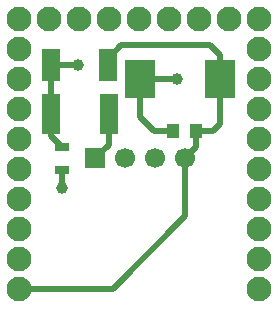
<source format=gbr>
G04 #@! TF.FileFunction,Copper,L1,Top,Signal*
%FSLAX46Y46*%
G04 Gerber Fmt 4.6, Leading zero omitted, Abs format (unit mm)*
G04 Created by KiCad (PCBNEW 4.0.6) date 04/10/19 18:14:00*
%MOMM*%
%LPD*%
G01*
G04 APERTURE LIST*
%ADD10C,0.100000*%
%ADD11C,2.100000*%
%ADD12R,1.000000X1.250000*%
%ADD13R,1.500000X2.700000*%
%ADD14R,1.300000X0.700000*%
%ADD15R,1.700000X1.700000*%
%ADD16C,1.700000*%
%ADD17R,2.500000X3.300000*%
%ADD18R,1.600000X3.500000*%
%ADD19C,1.000000*%
%ADD20C,0.400000*%
%ADD21C,0.500000*%
G04 APERTURE END LIST*
D10*
D11*
X161658000Y-67860000D03*
X161658000Y-70400000D03*
X161658000Y-72940000D03*
X161658000Y-75480000D03*
X161658000Y-78020000D03*
X161658000Y-80560000D03*
X161658000Y-83100000D03*
X161658000Y-85640000D03*
X161658000Y-88180000D03*
X161658000Y-65320000D03*
X159118000Y-65320000D03*
X156578000Y-65320000D03*
X154038000Y-65320000D03*
X151498000Y-65320000D03*
X148958000Y-65320000D03*
X146418000Y-65320000D03*
X143878000Y-65320000D03*
X141338000Y-65320000D03*
X141338000Y-67860000D03*
X141338000Y-70400000D03*
X141338000Y-72940000D03*
X141338000Y-75480000D03*
X141338000Y-78020000D03*
X141338000Y-80560000D03*
X141338000Y-83100000D03*
X141338000Y-85640000D03*
X141338000Y-88180000D03*
D12*
X154361000Y-74775000D03*
X156361000Y-74775000D03*
D13*
X144061000Y-69225000D03*
X148861000Y-69225000D03*
D14*
X145011000Y-78075000D03*
X145011000Y-76175000D03*
D15*
X147811000Y-77075000D03*
D16*
X150351000Y-77075000D03*
X152891000Y-77075000D03*
X155431000Y-77075000D03*
D17*
X158361000Y-70375000D03*
X151561000Y-70375000D03*
D18*
X144071000Y-73325000D03*
X148951000Y-73325000D03*
D19*
X145011000Y-79575000D03*
X146361000Y-69225000D03*
X154711000Y-70375000D03*
D20*
X160884400Y-88178400D02*
X161646400Y-88178400D01*
D21*
X161646400Y-80558400D02*
X161240000Y-80558400D01*
X145011000Y-78075000D02*
X145011000Y-79575000D01*
X146361000Y-69225000D02*
X144061000Y-69225000D01*
X154711000Y-70375000D02*
X151561000Y-70375000D01*
X151561000Y-70375000D02*
X151561000Y-73575000D01*
X152761000Y-74775000D02*
X154361000Y-74775000D01*
X151561000Y-73575000D02*
X152761000Y-74775000D01*
X144061000Y-69225000D02*
X144061000Y-73315000D01*
X144061000Y-73315000D02*
X144071000Y-73325000D01*
X144071000Y-73325000D02*
X144071000Y-75235000D01*
X144071000Y-75235000D02*
X145011000Y-76175000D01*
X148861000Y-69225000D02*
X148861000Y-68675000D01*
X148861000Y-68675000D02*
X150011000Y-67525000D01*
X150011000Y-67525000D02*
X157511000Y-67525000D01*
X157511000Y-67525000D02*
X158361000Y-68375000D01*
X158361000Y-68375000D02*
X158361000Y-70375000D01*
X155431000Y-77075000D02*
X155431000Y-82005000D01*
X149256000Y-88180000D02*
X141338000Y-88180000D01*
X155431000Y-82005000D02*
X149256000Y-88180000D01*
X156361000Y-74775000D02*
X156361000Y-76145000D01*
X156361000Y-76145000D02*
X155431000Y-77075000D01*
X156361000Y-74775000D02*
X157761000Y-74775000D01*
X158361000Y-74175000D02*
X158361000Y-70375000D01*
X157761000Y-74775000D02*
X158361000Y-74175000D01*
X148951000Y-73325000D02*
X148951000Y-75935000D01*
X148951000Y-75935000D02*
X147811000Y-77075000D01*
M02*

</source>
